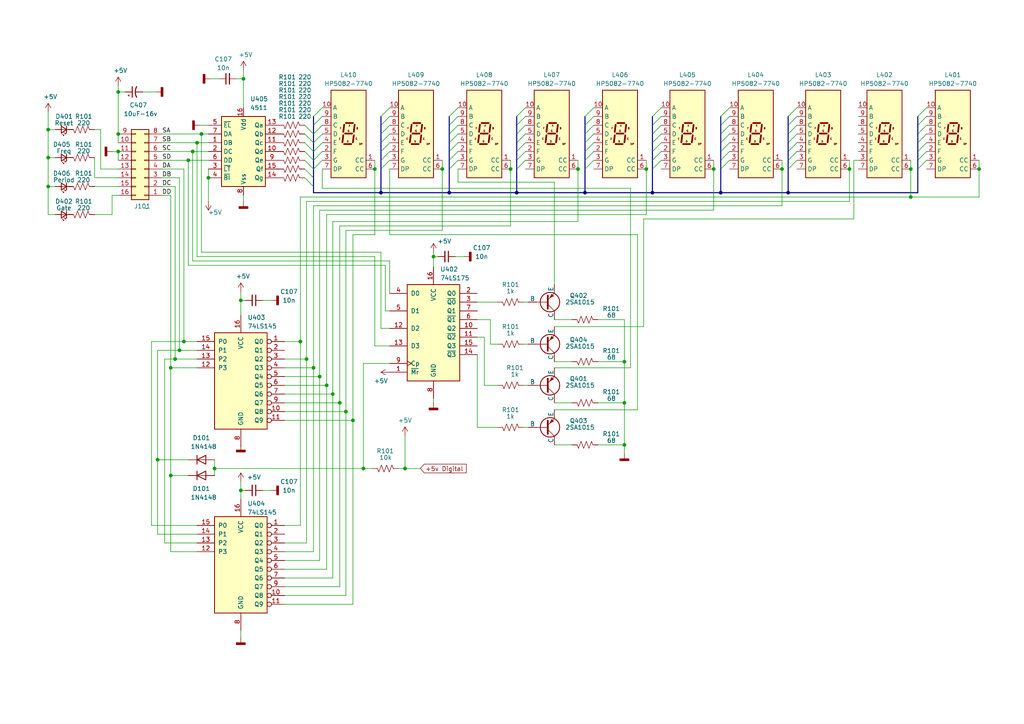
<source format=kicad_sch>
(kicad_sch (version 20230121) (generator eeschema)
  (paper "A4")
  (title_block (title "FCO 1120 Display board") (date "2023-06-14") (rev "1.0") (company "radioman"))
  (lib_symbols
    (symbol "4xxx_IEEE:4511"
      (property "Reference" "U" (at 8.89 11.43 0))
      (property "Value" "4511" (at 8.89 -11.43 0))
      (symbol "4511_1_1"
        (pin input line (at -10.16 2.54 0) (length 3.81) (name "DB") (number "1"))
        (pin output line (at 10.16 0 180) (length 3.81) (name "Qd") (number "10"))
        (pin output line (at 10.16 2.54 180) (length 3.81) (name "Qc") (number "11"))
        (pin output line (at 10.16 5.08 180) (length 3.81) (name "Qb") (number "12"))
        (pin output line (at 10.16 7.62 180) (length 3.81) (name "Qa") (number "13"))
        (pin output line (at 10.16 -7.62 180) (length 3.81) (name "Qg") (number "14"))
        (pin output line (at 10.16 -5.08 180) (length 3.81) (name "Qf") (number "15"))
        (pin power_in line (at 0 12.7 270) (length 2.54) (name "Vdd") (number "16"))
        (pin input line (at -10.16 0 0) (length 3.81) (name "DC") (number "2"))
        (pin input line (at -10.16 -5.08 0) (length 3.81) (name "~{LT}") (number "3"))
        (pin input line (at -10.16 -7.62 0) (length 3.81) (name "~{BI}") (number "4"))
        (pin input line (at -10.16 7.62 0) (length 3.81) (name "~{EL}") (number "5"))
        (pin input line (at -10.16 -2.54 0) (length 3.81) (name "DD") (number "6"))
        (pin input line (at -10.16 5.08 0) (length 3.81) (name "DA") (number "7"))
        (pin power_in line (at 0 -12.7 90) (length 2.54) (name "Vss") (number "8"))
        (pin output line (at 10.16 -2.54 180) (length 3.81) (name "Qe") (number "9"))
      )
    )
    (symbol "74xx:74LS145" (pin_names (offset 1.016))
      (property "Reference" "U" (at -7.62 13.97 0))
      (property "Value" "74LS145" (at -7.62 -16.51 0))
      (symbol "74LS145_1_0"
        (pin open_collector inverted (at 12.7 10.16 180) (length 5.08) (name "Q0") (number "1"))
        (pin open_collector inverted (at 12.7 -10.16 180) (length 5.08) (name "Q8") (number "10"))
        (pin open_collector inverted (at 12.7 -12.7 180) (length 5.08) (name "Q9") (number "11"))
        (pin input line (at -12.7 2.54 0) (length 5.08) (name "P3") (number "12"))
        (pin input line (at -12.7 5.08 0) (length 5.08) (name "P2") (number "13"))
        (pin input line (at -12.7 7.62 0) (length 5.08) (name "P1") (number "14"))
        (pin input line (at -12.7 10.16 0) (length 5.08) (name "P0") (number "15"))
        (pin power_in line (at 0 17.78 270) (length 5.08) (name "VCC") (number "16"))
        (pin open_collector inverted (at 12.7 7.62 180) (length 5.08) (name "Q1") (number "2"))
        (pin open_collector inverted (at 12.7 5.08 180) (length 5.08) (name "Q2") (number "3"))
        (pin open_collector inverted (at 12.7 2.54 180) (length 5.08) (name "Q3") (number "4"))
        (pin open_collector inverted (at 12.7 0 180) (length 5.08) (name "Q4") (number "5"))
        (pin open_collector inverted (at 12.7 -2.54 180) (length 5.08) (name "Q5") (number "6"))
        (pin open_collector inverted (at 12.7 -5.08 180) (length 5.08) (name "Q6") (number "7"))
        (pin power_in line (at 0 -20.32 90) (length 5.08) (name "GND") (number "8"))
        (pin open_collector inverted (at 12.7 -7.62 180) (length 5.08) (name "Q7") (number "9"))
      )
    )
    (symbol "74xx:74LS175" (pin_names (offset 1.016))
      (property "Reference" "U" (at -7.62 13.97 0))
      (property "Value" "74LS175" (at -7.62 -16.51 0))
      (symbol "74LS175_1_0"
        (pin input line (at -12.7 -12.7 0) (length 5.08) (name "~{Mr}") (number "1"))
        (pin output line (at 12.7 0 180) (length 5.08) (name "Q2") (number "10"))
        (pin output line (at 12.7 -2.54 180) (length 5.08) (name "~{Q2}") (number "11"))
        (pin input line (at -12.7 0 0) (length 5.08) (name "D2") (number "12"))
        (pin input line (at -12.7 -5.08 0) (length 5.08) (name "D3") (number "13"))
        (pin output line (at 12.7 -7.62 180) (length 5.08) (name "~{Q3}") (number "14"))
        (pin output line (at 12.7 -5.08 180) (length 5.08) (name "Q3") (number "15"))
        (pin power_in line (at 0 17.78 270) (length 5.08) (name "VCC") (number "16"))
        (pin output line (at 12.7 10.16 180) (length 5.08) (name "Q0") (number "2"))
        (pin output line (at 12.7 7.62 180) (length 5.08) (name "~{Q0}") (number "3"))
        (pin input line (at -12.7 10.16 0) (length 5.08) (name "D0") (number "4"))
        (pin input line (at -12.7 5.08 0) (length 5.08) (name "D1") (number "5"))
        (pin output line (at 12.7 2.54 180) (length 5.08) (name "~{Q1}") (number "6"))
        (pin output line (at 12.7 5.08 180) (length 5.08) (name "Q1") (number "7"))
        (pin power_in line (at 0 -20.32 90) (length 5.08) (name "GND") (number "8"))
        (pin input clock (at -12.7 -10.16 0) (length 5.08) (name "Cp") (number "9"))
      )
    )
    (symbol "Connector_Generic:Conn_02x08_Counter_Clockwise" (pin_names (offset 1.016) hide)
      (property "Reference" "J" (at 1.27 10.16 0))
      (property "Value" "Conn_02x08_Counter_Clockwise" (at 1.27 -12.7 0))
      (symbol "Conn_02x08_Counter_Clockwise_1_1"
        (pin passive line (at -5.08 7.62 0) (length 3.81) (name "Pin_1") (number "1"))
        (pin passive line (at 7.62 -7.62 180) (length 3.81) (name "Pin_10") (number "10"))
        (pin passive line (at 7.62 -5.08 180) (length 3.81) (name "Pin_11") (number "11"))
        (pin passive line (at 7.62 -2.54 180) (length 3.81) (name "Pin_12") (number "12"))
        (pin passive line (at 7.62 0 180) (length 3.81) (name "Pin_13") (number "13"))
        (pin passive line (at 7.62 2.54 180) (length 3.81) (name "Pin_14") (number "14"))
        (pin passive line (at 7.62 5.08 180) (length 3.81) (name "Pin_15") (number "15"))
        (pin passive line (at 7.62 7.62 180) (length 3.81) (name "Pin_16") (number "16"))
        (pin passive line (at -5.08 5.08 0) (length 3.81) (name "Pin_2") (number "2"))
        (pin passive line (at -5.08 2.54 0) (length 3.81) (name "Pin_3") (number "3"))
        (pin passive line (at -5.08 0 0) (length 3.81) (name "Pin_4") (number "4"))
        (pin passive line (at -5.08 -2.54 0) (length 3.81) (name "Pin_5") (number "5"))
        (pin passive line (at -5.08 -5.08 0) (length 3.81) (name "Pin_6") (number "6"))
        (pin passive line (at -5.08 -7.62 0) (length 3.81) (name "Pin_7") (number "7"))
        (pin passive line (at -5.08 -10.16 0) (length 3.81) (name "Pin_8") (number "8"))
        (pin passive line (at 7.62 -10.16 180) (length 3.81) (name "Pin_9") (number "9"))
      )
    )
    (symbol "Device:C_Polarized_Small_US" (pin_numbers hide) (pin_names (offset 0.254) hide)
      (property "Reference" "C" (at 0.254 1.778 0))
      (property "Value" "C_Polarized_Small_US" (at 0.254 -2.032 0))
      (symbol "C_Polarized_Small_US_1_1"
        (pin passive line (at 0 2.54 270) (length 2.032) (name "~") (number "1"))
        (pin passive line (at 0 -2.54 90) (length 2.032) (name "~") (number "2"))
      )
    )
    (symbol "Device:C_Small" (pin_numbers hide) (pin_names (offset 0.254) hide)
      (property "Reference" "C" (at 0.254 1.778 0))
      (property "Value" "C_Small" (at 0.254 -2.032 0))
      (symbol "C_Small_1_1"
        (pin passive line (at 0 2.54 270) (length 2.032) (name "~") (number "1"))
        (pin passive line (at 0 -2.54 90) (length 2.032) (name "~") (number "2"))
      )
    )
    (symbol "Device:LED_Small" (pin_numbers hide) (pin_names (offset 0.254) hide)
      (property "Reference" "D" (at -1.27 3.175 0))
      (property "Value" "LED_Small" (at -4.445 -2.54 0))
      (symbol "LED_Small_1_1"
        (pin passive line (at -2.54 0 0) (length 1.778) (name "K") (number "1"))
        (pin passive line (at 2.54 0 180) (length 1.778) (name "A") (number "2"))
      )
    )
    (symbol "Device:R_US" (pin_numbers hide) (pin_names (offset 0))
      (property "Reference" "R" (at 2.54 0 90))
      (property "Value" "R_US" (at -2.54 0 90))
      (symbol "R_US_1_1"
        (pin passive line (at 0 3.81 270) (length 1.27) (name "~") (number "1"))
        (pin passive line (at 0 -3.81 90) (length 1.27) (name "~") (number "2"))
      )
    )
    (symbol "Diode:1N4148" (pin_numbers hide) (pin_names hide)
      (property "Reference" "D" (at 0 2.54 0))
      (property "Value" "1N4148" (at 0 -2.54 0))
      (symbol "1N4148_1_1"
        (pin passive line (at -3.81 0 0) (length 2.54) (name "K") (number "1"))
        (pin passive line (at 3.81 0 180) (length 2.54) (name "A") (number "2"))
      )
    )
    (symbol "Display_Character:SC39-12EWA"
      (property "Reference" "U" (at -3.81 13.97 0))
      (property "Value" "SC39-12EWA" (at 6.35 13.97 0))
      (symbol "SC39-12EWA_1_0"
        (text "A" (at 0.254 2.413 0) (effects (font (size 0.508 0.508))))
        (text "B" (at 2.54 1.651 0) (effects (font (size 0.508 0.508))))
        (text "C" (at 2.286 -1.397 0) (effects (font (size 0.508 0.508))))
        (text "D" (at -0.254 -2.159 0) (effects (font (size 0.508 0.508))))
        (text "DP" (at 3.556 -2.921 0) (effects (font (size 0.508 0.508))))
        (text "E" (at -2.54 -1.397 0) (effects (font (size 0.508 0.508))))
        (text "F" (at -2.286 1.651 0) (effects (font (size 0.508 0.508))))
        (text "G" (at 0 0.889 0) (effects (font (size 0.508 0.508))))
      )
      (symbol "SC39-12EWA_1_1"
        (pin input line (at 7.62 -7.62 180) (length 2.54) (name "CC") (number "1"))
        (pin input line (at -7.62 7.62 0) (length 2.54) (name "A") (number "10"))
        (pin input line (at -7.62 -5.08 0) (length 2.54) (name "F") (number "2"))
        (pin input line (at -7.62 -7.62 0) (length 2.54) (name "G") (number "3"))
        (pin input line (at -7.62 -2.54 0) (length 2.54) (name "E") (number "4"))
        (pin input line (at -7.62 0 0) (length 2.54) (name "D") (number "5"))
        (pin input line (at 7.62 -10.16 180) (length 2.54) (name "CC") (number "6"))
        (pin input line (at -7.62 -10.16 0) (length 2.54) (name "DP") (number "7"))
        (pin input line (at -7.62 2.54 0) (length 2.54) (name "C") (number "8"))
        (pin input line (at -7.62 5.08 0) (length 2.54) (name "B") (number "9"))
      )
    )
    (symbol "Simulation_SPICE:PNP" (pin_numbers hide) (pin_names (offset 0))
      (property "Reference" "Q" (at -2.54 7.62 0))
      (property "Value" "PNP" (at -2.54 5.08 0))
      (symbol "PNP_1_1"
        (pin open_collector line (at 2.54 5.08 270) (length 2.54) (name "C") (number "1"))
        (pin input line (at -5.08 0 0) (length 2.54) (name "B") (number "2"))
        (pin open_emitter line (at 2.54 -5.08 90) (length 2.54) (name "E") (number "3"))
      )
    )
    (symbol "power:+5V" (power) (pin_names (offset 0))
      (property "Value" "+5V" (at 0 3.556 0))
      (symbol "+5V_1_1"
        (pin power_in line (at 0 0 90) (length 0) hide (name "+5V") (number "1"))
      )
    )
    (symbol "power:GNDD" (power) (pin_names (offset 0))
      (property "Value" "GNDD" (at 0 -3.175 0))
      (symbol "GNDD_1_1"
        (pin power_in line (at 0 0 270) (length 0) hide (name "GNDD") (number "1"))
      )
    )
  )
  (junction (at 187.452 49.022))
  (junction (at 125.73 74.422))
  (junction (at 108.712 49.022))
  (junction (at 55.88 43.942))
  (junction (at 130.302 55.88))
  (junction (at 264.16 57.15))
  (junction (at 49.53 137.922))
  (junction (at 58.42 38.862))
  (junction (at 189.23 55.88))
  (junction (at 69.85 87.122))
  (junction (at 264.16 49.022))
  (junction (at 87.122 99.06))
  (junction (at 45.72 133.35))
  (junction (at 90.932 106.68))
  (junction (at 54.61 46.482))
  (junction (at 105.41 135.89))
  (junction (at 148.082 49.022))
  (junction (at 34.29 38.862))
  (junction (at 60.452 51.562))
  (junction (at 52.07 101.6))
  (junction (at 102.362 121.92))
  (junction (at 57.15 41.402))
  (junction (at 53.34 99.06))
  (junction (at 49.53 106.68))
  (junction (at 117.475 135.89))
  (junction (at 62.23 135.89))
  (junction (at 128.27 49.022))
  (junction (at 228.6 55.88))
  (junction (at 88.9 104.14))
  (junction (at 181.102 116.84))
  (junction (at 207.01 49.022))
  (junction (at 69.85 142.24))
  (junction (at 13.97 45.72))
  (junction (at 181.102 129.032))
  (junction (at 110.49 55.88))
  (junction (at 226.822 49.022))
  (junction (at 13.97 37.592))
  (junction (at 96.52 114.3))
  (junction (at 34.29 26.67))
  (junction (at 50.8 104.14))
  (junction (at 98.552 116.84))
  (junction (at 181.102 104.902))
  (junction (at 13.97 54.102))
  (junction (at 246.38 49.022))
  (junction (at 167.64 49.022))
  (junction (at 92.71 109.22))
  (junction (at 94.742 111.76))
  (junction (at 283.972 49.022))
  (junction (at 34.29 43.942))
  (junction (at 149.86 55.88))
  (junction (at 209.042 55.88))
  (junction (at 100.33 119.38))
  (junction (at 70.612 22.86))
  (junction (at 169.672 55.88))
  (bus_entry (at 90.932 46.482) (size 2.54 -2.54))
  (bus_entry (at 149.86 43.942) (size 2.54 -2.54))
  (bus_entry (at 88.392 51.562) (size 2.54 2.54))
  (bus_entry (at 169.672 41.402) (size 2.54 -2.54))
  (bus_entry (at 88.392 49.022) (size 2.54 2.54))
  (bus_entry (at 169.672 36.322) (size 2.54 -2.54))
  (bus_entry (at 266.192 43.942) (size 2.54 -2.54))
  (bus_entry (at 88.392 41.402) (size 2.54 2.54))
  (bus_entry (at 169.672 33.782) (size 2.54 -2.54))
  (bus_entry (at 110.49 49.022) (size 2.54 -2.54))
  (bus_entry (at 110.49 41.402) (size 2.54 -2.54))
  (bus_entry (at 209.042 41.402) (size 2.54 -2.54))
  (bus_entry (at 169.672 49.022) (size 2.54 -2.54))
  (bus_entry (at 90.932 49.022) (size 2.54 -2.54))
  (bus_entry (at 209.042 43.942) (size 2.54 -2.54))
  (bus_entry (at 189.23 36.322) (size 2.54 -2.54))
  (bus_entry (at 130.302 46.482) (size 2.54 -2.54))
  (bus_entry (at 209.042 49.022) (size 2.54 -2.54))
  (bus_entry (at 209.042 38.862) (size 2.54 -2.54))
  (bus_entry (at 90.932 36.322) (size 2.54 -2.54))
  (bus_entry (at 189.23 33.782) (size 2.54 -2.54))
  (bus_entry (at 228.6 41.402) (size 2.54 -2.54))
  (bus_entry (at 169.672 38.862) (size 2.54 -2.54))
  (bus_entry (at 130.302 49.022) (size 2.54 -2.54))
  (bus_entry (at 130.302 41.402) (size 2.54 -2.54))
  (bus_entry (at 149.86 33.782) (size 2.54 -2.54))
  (bus_entry (at 189.23 38.862) (size 2.54 -2.54))
  (bus_entry (at 228.6 38.862) (size 2.54 -2.54))
  (bus_entry (at 90.932 41.402) (size 2.54 -2.54))
  (bus_entry (at 209.042 46.482) (size 2.54 -2.54))
  (bus_entry (at 130.302 38.862) (size 2.54 -2.54))
  (bus_entry (at 268.732 33.782) (size -2.54 2.54))
  (bus_entry (at 88.392 46.482) (size 2.54 2.54))
  (bus_entry (at 228.6 43.942) (size 2.54 -2.54))
  (bus_entry (at 189.23 41.402) (size 2.54 -2.54))
  (bus_entry (at 169.672 43.942) (size 2.54 -2.54))
  (bus_entry (at 268.732 36.322) (size -2.54 2.54))
  (bus_entry (at 228.6 49.022) (size 2.54 -2.54))
  (bus_entry (at 110.49 38.862) (size 2.54 -2.54))
  (bus_entry (at 149.86 49.022) (size 2.54 -2.54))
  (bus_entry (at 189.23 46.482) (size 2.54 -2.54))
  (bus_entry (at 110.49 36.322) (size 2.54 -2.54))
  (bus_entry (at 228.6 46.482) (size 2.54 -2.54))
  (bus_entry (at 88.392 36.322) (size 2.54 2.54))
  (bus_entry (at 90.932 43.942) (size 2.54 -2.54))
  (bus_entry (at 228.6 36.322) (size 2.54 -2.54))
  (bus_entry (at 90.932 33.782) (size 2.54 -2.54))
  (bus_entry (at 228.6 33.782) (size 2.54 -2.54))
  (bus_entry (at 88.392 43.942) (size 2.54 2.54))
  (bus_entry (at 130.302 43.942) (size 2.54 -2.54))
  (bus_entry (at 130.302 36.322) (size 2.54 -2.54))
  (bus_entry (at 149.86 46.482) (size 2.54 -2.54))
  (bus_entry (at 149.86 41.402) (size 2.54 -2.54))
  (bus_entry (at 88.392 38.862) (size 2.54 2.54))
  (bus_entry (at 189.23 49.022) (size 2.54 -2.54))
  (bus_entry (at 110.49 33.782) (size 2.54 -2.54))
  (bus_entry (at 209.042 36.322) (size 2.54 -2.54))
  (bus_entry (at 266.192 49.022) (size 2.54 -2.54))
  (bus_entry (at 110.49 43.942) (size 2.54 -2.54))
  (bus_entry (at 189.23 43.942) (size 2.54 -2.54))
  (bus_entry (at 130.302 33.782) (size 2.54 -2.54))
  (bus_entry (at 149.86 38.862) (size 2.54 -2.54))
  (bus_entry (at 266.192 46.482) (size 2.54 -2.54))
  (bus_entry (at 149.86 36.322) (size 2.54 -2.54))
  (bus_entry (at 268.732 38.862) (size -2.54 2.54))
  (bus_entry (at 209.042 33.782) (size 2.54 -2.54))
  (bus_entry (at 268.732 31.242) (size -2.54 2.54))
  (bus_entry (at 90.932 38.862) (size 2.54 -2.54))
  (bus_entry (at 169.672 46.482) (size 2.54 -2.54))
  (bus_entry (at 110.49 46.482) (size 2.54 -2.54))
  (wire (pts (xy 113.03 68.072) (xy 184.912 68.072)))
  (wire (pts (xy 34.29 26.67) (xy 34.29 38.862)))
  (bus (pts (xy 209.042 41.402) (xy 209.042 43.942)))
  (wire (pts (xy 52.07 101.6) (xy 57.15 101.6)))
  (wire (pts (xy 87.122 99.06) (xy 87.122 152.4)))
  (wire (pts (xy 125.73 74.422) (xy 125.73 77.47)))
  (bus (pts (xy 90.932 33.782) (xy 90.932 36.322)))
  (bus (pts (xy 130.302 46.482) (xy 130.302 49.022)))
  (wire (pts (xy 57.15 74.422) (xy 108.712 74.422)))
  (bus (pts (xy 169.672 38.862) (xy 169.672 41.402)))
  (wire (pts (xy 46.99 56.642) (xy 49.53 56.642)))
  (wire (pts (xy 47.752 104.14) (xy 50.8 104.14)))
  (wire (pts (xy 71.12 87.122) (xy 69.85 87.122)))
  (bus (pts (xy 130.302 49.022) (xy 130.302 55.88)))
  (wire (pts (xy 57.15 152.4) (xy 43.942 152.4)))
  (wire (pts (xy 88.9 58.42) (xy 246.38 58.42)))
  (wire (pts (xy 49.53 137.922) (xy 49.53 106.68)))
  (wire (pts (xy 151.892 99.822) (xy 153.162 99.822)))
  (wire (pts (xy 46.99 49.022) (xy 53.34 49.022)))
  (wire (pts (xy 57.15 154.94) (xy 45.72 154.94)))
  (wire (pts (xy 93.472 49.022) (xy 93.472 54.61)))
  (bus (pts (xy 90.932 38.862) (xy 90.932 41.402)))
  (wire (pts (xy 62.23 135.89) (xy 105.41 135.89)))
  (bus (pts (xy 228.6 38.862) (xy 228.6 41.402)))
  (bus (pts (xy 228.6 49.022) (xy 228.6 55.88)))
  (bus (pts (xy 130.302 38.862) (xy 130.302 41.402)))
  (wire (pts (xy 43.942 99.06) (xy 53.34 99.06)))
  (wire (pts (xy 57.15 157.48) (xy 47.752 157.48)))
  (wire (pts (xy 82.55 152.4) (xy 87.122 152.4)))
  (wire (pts (xy 82.55 121.92) (xy 102.362 121.92)))
  (wire (pts (xy 70.612 56.642) (xy 70.612 58.42)))
  (bus (pts (xy 90.932 55.88) (xy 110.49 55.88)))
  (wire (pts (xy 102.362 68.072) (xy 108.712 68.072)))
  (wire (pts (xy 27.432 45.72) (xy 27.432 51.562)))
  (wire (pts (xy 108.712 49.022) (xy 108.712 68.072)))
  (wire (pts (xy 246.38 49.022) (xy 246.38 58.42)))
  (wire (pts (xy 128.27 49.022) (xy 128.27 66.802)))
  (bus (pts (xy 90.932 41.402) (xy 90.932 43.942)))
  (wire (pts (xy 57.15 160.02) (xy 49.53 160.02)))
  (wire (pts (xy 184.912 118.872) (xy 160.782 118.872)))
  (bus (pts (xy 169.672 55.88) (xy 189.23 55.88)))
  (wire (pts (xy 41.402 26.67) (xy 45.212 26.67)))
  (wire (pts (xy 247.65 63.5) (xy 247.65 46.482)))
  (wire (pts (xy 98.552 65.532) (xy 98.552 116.84)))
  (wire (pts (xy 62.23 135.89) (xy 62.23 137.922)))
  (bus (pts (xy 266.192 41.402) (xy 266.192 38.862)))
  (wire (pts (xy 151.892 111.76) (xy 153.162 111.76)))
  (wire (pts (xy 52.07 51.562) (xy 52.07 101.6)))
  (wire (pts (xy 82.55 167.64) (xy 96.52 167.64)))
  (bus (pts (xy 266.192 43.942) (xy 266.192 41.402)))
  (wire (pts (xy 160.782 94.742) (xy 186.69 94.742)))
  (bus (pts (xy 189.23 38.862) (xy 189.23 41.402)))
  (wire (pts (xy 283.972 49.022) (xy 283.972 57.15)))
  (bus (pts (xy 110.49 55.88) (xy 130.302 55.88)))
  (bus (pts (xy 130.302 33.782) (xy 130.302 36.322)))
  (wire (pts (xy 45.72 101.6) (xy 52.07 101.6)))
  (bus (pts (xy 189.23 49.022) (xy 189.23 55.88)))
  (wire (pts (xy 46.99 41.402) (xy 57.15 41.402)))
  (wire (pts (xy 173.482 92.71) (xy 181.102 92.71)))
  (bus (pts (xy 228.6 36.322) (xy 228.6 38.862)))
  (wire (pts (xy 69.85 84.582) (xy 69.85 87.122)))
  (wire (pts (xy 92.71 60.96) (xy 92.71 109.22)))
  (wire (pts (xy 160.782 92.71) (xy 165.862 92.71)))
  (bus (pts (xy 110.49 36.322) (xy 110.49 38.862)))
  (wire (pts (xy 94.742 62.23) (xy 94.742 111.76)))
  (wire (pts (xy 76.2 142.24) (xy 78.74 142.24)))
  (wire (pts (xy 142.24 99.822) (xy 144.272 99.822)))
  (wire (pts (xy 19.812 37.592) (xy 21.082 37.592)))
  (bus (pts (xy 110.49 43.942) (xy 110.49 46.482)))
  (wire (pts (xy 246.38 46.482) (xy 246.38 49.022)))
  (wire (pts (xy 92.71 109.22) (xy 92.71 162.56)))
  (wire (pts (xy 102.362 68.072) (xy 102.362 121.92)))
  (wire (pts (xy 181.102 129.032) (xy 181.102 131.572)))
  (wire (pts (xy 264.16 49.022) (xy 264.16 57.15)))
  (wire (pts (xy 46.99 46.482) (xy 54.61 46.482)))
  (bus (pts (xy 90.932 36.322) (xy 90.932 38.862)))
  (wire (pts (xy 98.552 116.84) (xy 98.552 170.18)))
  (wire (pts (xy 58.42 73.152) (xy 110.49 73.152)))
  (wire (pts (xy 69.85 139.7) (xy 69.85 142.24)))
  (wire (pts (xy 27.432 37.592) (xy 29.21 37.592)))
  (bus (pts (xy 149.86 33.782) (xy 149.86 36.322)))
  (wire (pts (xy 94.742 111.76) (xy 94.742 165.1)))
  (wire (pts (xy 49.53 137.922) (xy 54.61 137.922)))
  (wire (pts (xy 148.082 49.022) (xy 148.082 65.532)))
  (bus (pts (xy 209.042 43.942) (xy 209.042 46.482)))
  (bus (pts (xy 149.86 43.942) (xy 149.86 46.482)))
  (wire (pts (xy 173.482 116.84) (xy 181.102 116.84)))
  (wire (pts (xy 128.27 46.482) (xy 128.27 49.022)))
  (wire (pts (xy 96.52 64.262) (xy 167.64 64.262)))
  (wire (pts (xy 49.53 56.642) (xy 49.53 106.68)))
  (wire (pts (xy 13.97 54.102) (xy 16.002 54.102)))
  (wire (pts (xy 113.03 85.09) (xy 113.03 75.692)))
  (wire (pts (xy 98.552 65.532) (xy 148.082 65.532)))
  (bus (pts (xy 189.23 43.942) (xy 189.23 46.482)))
  (bus (pts (xy 110.49 33.782) (xy 110.49 36.322)))
  (bus (pts (xy 90.932 51.562) (xy 90.932 54.102)))
  (wire (pts (xy 92.71 60.96) (xy 207.01 60.96)))
  (wire (pts (xy 100.33 66.802) (xy 128.27 66.802)))
  (wire (pts (xy 140.462 97.79) (xy 140.462 111.76)))
  (bus (pts (xy 266.192 49.022) (xy 266.192 46.482)))
  (wire (pts (xy 50.8 54.102) (xy 50.8 104.14)))
  (wire (pts (xy 46.99 38.862) (xy 58.42 38.862)))
  (wire (pts (xy 69.85 142.24) (xy 69.85 144.78)))
  (wire (pts (xy 132.08 74.422) (xy 134.62 74.422)))
  (bus (pts (xy 209.042 33.782) (xy 209.042 36.322)))
  (wire (pts (xy 96.52 114.3) (xy 96.52 167.64)))
  (bus (pts (xy 189.23 33.782) (xy 189.23 36.322)))
  (wire (pts (xy 82.55 162.56) (xy 92.71 162.56)))
  (wire (pts (xy 16.002 37.592) (xy 13.97 37.592)))
  (wire (pts (xy 113.03 100.33) (xy 108.712 100.33)))
  (wire (pts (xy 57.15 41.402) (xy 60.452 41.402)))
  (bus (pts (xy 130.302 55.88) (xy 149.86 55.88)))
  (bus (pts (xy 169.672 49.022) (xy 169.672 55.88)))
  (wire (pts (xy 45.72 133.35) (xy 45.72 101.6)))
  (wire (pts (xy 45.72 133.35) (xy 54.61 133.35)))
  (wire (pts (xy 111.76 90.17) (xy 111.76 76.962)))
  (bus (pts (xy 189.23 55.88) (xy 209.042 55.88)))
  (wire (pts (xy 138.43 97.79) (xy 140.462 97.79)))
  (bus (pts (xy 90.932 43.942) (xy 90.932 46.482)))
  (wire (pts (xy 117.475 135.89) (xy 115.57 135.89)))
  (wire (pts (xy 70.612 22.86) (xy 70.612 31.242)))
  (wire (pts (xy 113.03 105.41) (xy 105.41 105.41)))
  (bus (pts (xy 189.23 36.322) (xy 189.23 38.862)))
  (bus (pts (xy 169.672 33.782) (xy 169.672 36.322)))
  (wire (pts (xy 226.822 49.022) (xy 226.822 59.69)))
  (wire (pts (xy 148.082 46.482) (xy 148.082 49.022)))
  (wire (pts (xy 110.49 95.25) (xy 110.49 73.152)))
  (bus (pts (xy 209.042 55.88) (xy 228.6 55.88)))
  (wire (pts (xy 102.362 175.26) (xy 82.55 175.26)))
  (wire (pts (xy 82.55 165.1) (xy 94.742 165.1)))
  (wire (pts (xy 186.69 63.5) (xy 247.65 63.5)))
  (bus (pts (xy 209.042 36.322) (xy 209.042 38.862)))
  (wire (pts (xy 82.55 119.38) (xy 100.33 119.38)))
  (wire (pts (xy 88.9 104.14) (xy 88.9 157.48)))
  (wire (pts (xy 34.29 38.862) (xy 34.29 41.402)))
  (wire (pts (xy 57.912 36.322) (xy 60.452 36.322)))
  (bus (pts (xy 189.23 41.402) (xy 189.23 43.942)))
  (wire (pts (xy 181.102 116.84) (xy 181.102 129.032)))
  (wire (pts (xy 142.24 92.71) (xy 142.24 99.822)))
  (wire (pts (xy 29.21 49.022) (xy 34.29 49.022)))
  (wire (pts (xy 57.15 41.402) (xy 57.15 74.422)))
  (wire (pts (xy 187.452 49.022) (xy 187.452 62.23)))
  (bus (pts (xy 169.672 46.482) (xy 169.672 49.022)))
  (wire (pts (xy 27.432 51.562) (xy 34.29 51.562)))
  (wire (pts (xy 34.29 24.892) (xy 34.29 26.67)))
  (bus (pts (xy 149.86 55.88) (xy 169.672 55.88)))
  (wire (pts (xy 32.512 43.942) (xy 34.29 43.942)))
  (wire (pts (xy 32.512 56.642) (xy 34.29 56.642)))
  (wire (pts (xy 49.53 106.68) (xy 57.15 106.68)))
  (wire (pts (xy 226.822 46.482) (xy 226.822 49.022)))
  (wire (pts (xy 60.452 51.562) (xy 60.452 58.42)))
  (wire (pts (xy 46.99 54.102) (xy 50.8 54.102)))
  (wire (pts (xy 82.55 104.14) (xy 88.9 104.14)))
  (bus (pts (xy 169.672 43.942) (xy 169.672 46.482)))
  (wire (pts (xy 87.122 57.15) (xy 87.122 99.06)))
  (bus (pts (xy 189.23 46.482) (xy 189.23 49.022)))
  (wire (pts (xy 69.85 142.24) (xy 71.12 142.24)))
  (wire (pts (xy 108.712 100.33) (xy 108.712 74.422)))
  (bus (pts (xy 130.302 41.402) (xy 130.302 43.942)))
  (wire (pts (xy 94.742 62.23) (xy 187.452 62.23)))
  (wire (pts (xy 13.97 45.72) (xy 16.002 45.72)))
  (wire (pts (xy 55.88 75.692) (xy 113.03 75.692)))
  (wire (pts (xy 151.892 123.952) (xy 153.162 123.952)))
  (wire (pts (xy 173.482 104.902) (xy 181.102 104.902)))
  (wire (pts (xy 19.812 45.72) (xy 21.082 45.72)))
  (wire (pts (xy 69.85 182.88) (xy 69.85 184.912)))
  (wire (pts (xy 138.43 92.71) (xy 142.24 92.71)))
  (wire (pts (xy 125.73 115.57) (xy 125.73 116.84)))
  (wire (pts (xy 138.43 102.87) (xy 138.43 123.952)))
  (wire (pts (xy 82.55 111.76) (xy 94.742 111.76)))
  (bus (pts (xy 130.302 36.322) (xy 130.302 38.862)))
  (wire (pts (xy 43.942 152.4) (xy 43.942 99.06)))
  (wire (pts (xy 54.61 46.482) (xy 54.61 76.962)))
  (bus (pts (xy 149.86 38.862) (xy 149.86 41.402)))
  (wire (pts (xy 87.122 57.15) (xy 264.16 57.15)))
  (wire (pts (xy 264.16 46.482) (xy 264.16 49.022)))
  (wire (pts (xy 160.782 52.832) (xy 160.782 82.55)))
  (wire (pts (xy 32.512 62.23) (xy 32.512 56.642)))
  (wire (pts (xy 144.272 111.76) (xy 140.462 111.76)))
  (bus (pts (xy 228.6 33.782) (xy 228.6 36.322)))
  (wire (pts (xy 283.972 46.482) (xy 283.972 49.022)))
  (bus (pts (xy 228.6 41.402) (xy 228.6 43.942)))
  (wire (pts (xy 181.102 92.71) (xy 181.102 104.902)))
  (bus (pts (xy 149.86 49.022) (xy 149.86 55.88)))
  (bus (pts (xy 209.042 49.022) (xy 209.042 55.88)))
  (wire (pts (xy 247.65 46.482) (xy 248.92 46.482)))
  (wire (pts (xy 151.892 87.63) (xy 153.162 87.63)))
  (wire (pts (xy 46.99 51.562) (xy 52.07 51.562)))
  (wire (pts (xy 184.912 68.072) (xy 184.912 118.872)))
  (wire (pts (xy 113.03 95.25) (xy 110.49 95.25)))
  (wire (pts (xy 46.99 43.942) (xy 55.88 43.942)))
  (bus (pts (xy 169.672 41.402) (xy 169.672 43.942)))
  (wire (pts (xy 82.55 114.3) (xy 96.52 114.3)))
  (wire (pts (xy 13.97 37.592) (xy 13.97 45.72)))
  (wire (pts (xy 82.55 116.84) (xy 98.552 116.84)))
  (wire (pts (xy 182.88 106.68) (xy 160.782 106.68)))
  (wire (pts (xy 125.73 73.152) (xy 125.73 74.422)))
  (wire (pts (xy 102.362 121.92) (xy 102.362 175.26)))
  (wire (pts (xy 53.34 99.06) (xy 57.15 99.06)))
  (wire (pts (xy 90.932 59.69) (xy 90.932 106.68)))
  (wire (pts (xy 45.72 154.94) (xy 45.72 133.35)))
  (bus (pts (xy 130.302 43.942) (xy 130.302 46.482)))
  (wire (pts (xy 100.33 66.802) (xy 100.33 119.38)))
  (wire (pts (xy 27.432 62.23) (xy 32.512 62.23)))
  (bus (pts (xy 90.932 46.482) (xy 90.932 49.022)))
  (bus (pts (xy 149.86 46.482) (xy 149.86 49.022)))
  (bus (pts (xy 110.49 38.862) (xy 110.49 41.402)))
  (wire (pts (xy 93.472 54.61) (xy 182.88 54.61)))
  (wire (pts (xy 34.29 43.942) (xy 34.29 46.482)))
  (wire (pts (xy 13.97 54.102) (xy 13.97 62.23)))
  (wire (pts (xy 63.5 22.86) (xy 60.96 22.86)))
  (wire (pts (xy 113.03 90.17) (xy 111.76 90.17)))
  (wire (pts (xy 186.69 94.742) (xy 186.69 63.5)))
  (wire (pts (xy 13.97 32.512) (xy 13.97 37.592)))
  (wire (pts (xy 132.842 52.832) (xy 160.782 52.832)))
  (wire (pts (xy 19.812 62.23) (xy 21.082 62.23)))
  (wire (pts (xy 167.64 49.022) (xy 167.64 64.262)))
  (wire (pts (xy 160.782 104.902) (xy 165.862 104.902)))
  (wire (pts (xy 187.452 46.482) (xy 187.452 49.022)))
  (wire (pts (xy 100.33 119.38) (xy 100.33 172.72)))
  (wire (pts (xy 88.9 58.42) (xy 88.9 104.14)))
  (wire (pts (xy 82.55 109.22) (xy 92.71 109.22)))
  (wire (pts (xy 27.432 54.102) (xy 34.29 54.102)))
  (wire (pts (xy 121.92 135.89) (xy 117.475 135.89)))
  (wire (pts (xy 138.43 123.952) (xy 144.272 123.952)))
  (bus (pts (xy 149.86 41.402) (xy 149.86 43.942)))
  (bus (pts (xy 209.042 46.482) (xy 209.042 49.022)))
  (wire (pts (xy 160.782 129.032) (xy 165.862 129.032)))
  (wire (pts (xy 207.01 46.482) (xy 207.01 49.022)))
  (bus (pts (xy 90.932 49.022) (xy 90.932 51.562)))
  (wire (pts (xy 49.53 160.02) (xy 49.53 137.922)))
  (wire (pts (xy 207.01 49.022) (xy 207.01 60.96)))
  (bus (pts (xy 228.6 55.88) (xy 266.192 55.88)))
  (bus (pts (xy 149.86 36.322) (xy 149.86 38.862)))
  (wire (pts (xy 82.55 170.18) (xy 98.552 170.18)))
  (wire (pts (xy 55.88 43.942) (xy 60.452 43.942)))
  (wire (pts (xy 138.43 87.63) (xy 144.272 87.63)))
  (wire (pts (xy 125.73 74.422) (xy 127 74.422)))
  (wire (pts (xy 96.52 64.262) (xy 96.52 114.3)))
  (wire (pts (xy 50.8 104.14) (xy 57.15 104.14)))
  (bus (pts (xy 209.042 38.862) (xy 209.042 41.402)))
  (wire (pts (xy 29.21 37.592) (xy 29.21 49.022)))
  (wire (pts (xy 113.03 49.022) (xy 113.03 68.072)))
  (wire (pts (xy 181.102 129.032) (xy 173.482 129.032)))
  (bus (pts (xy 228.6 46.482) (xy 228.6 49.022)))
  (wire (pts (xy 19.812 54.102) (xy 21.082 54.102)))
  (wire (pts (xy 62.23 133.35) (xy 62.23 135.89)))
  (wire (pts (xy 132.842 49.022) (xy 132.842 52.832)))
  (wire (pts (xy 76.2 87.122) (xy 78.74 87.122)))
  (bus (pts (xy 110.49 46.482) (xy 110.49 49.022)))
  (wire (pts (xy 82.55 160.02) (xy 90.932 160.02)))
  (wire (pts (xy 82.55 157.48) (xy 88.9 157.48)))
  (wire (pts (xy 107.95 135.89) (xy 105.41 135.89)))
  (bus (pts (xy 266.192 46.482) (xy 266.192 43.942)))
  (wire (pts (xy 100.33 172.72) (xy 82.55 172.72)))
  (bus (pts (xy 266.192 38.862) (xy 266.192 36.322)))
  (wire (pts (xy 53.34 49.022) (xy 53.34 99.06)))
  (wire (pts (xy 167.64 46.482) (xy 167.64 49.022)))
  (bus (pts (xy 266.192 49.022) (xy 266.192 55.88)))
  (bus (pts (xy 169.672 36.322) (xy 169.672 38.862)))
  (wire (pts (xy 60.452 49.022) (xy 60.452 51.562)))
  (wire (pts (xy 108.712 46.482) (xy 108.712 49.022)))
  (wire (pts (xy 105.41 105.41) (xy 105.41 135.89)))
  (bus (pts (xy 90.932 54.102) (xy 90.932 55.88)))
  (wire (pts (xy 13.97 62.23) (xy 16.002 62.23)))
  (wire (pts (xy 69.85 87.122) (xy 69.85 91.44)))
  (wire (pts (xy 54.61 46.482) (xy 60.452 46.482)))
  (wire (pts (xy 54.61 76.962) (xy 111.76 76.962)))
  (wire (pts (xy 90.932 106.68) (xy 90.932 160.02)))
  (wire (pts (xy 264.16 57.15) (xy 283.972 57.15)))
  (wire (pts (xy 47.752 157.48) (xy 47.752 104.14)))
  (wire (pts (xy 69.85 129.54) (xy 69.85 129.032)))
  (bus (pts (xy 228.6 43.942) (xy 228.6 46.482)))
  (wire (pts (xy 117.475 126.365) (xy 117.475 135.89)))
  (bus (pts (xy 110.49 49.022) (xy 110.49 55.88)))
  (wire (pts (xy 34.29 26.67) (xy 36.322 26.67)))
  (wire (pts (xy 13.97 45.72) (xy 13.97 54.102)))
  (wire (pts (xy 181.102 104.902) (xy 181.102 116.84)))
  (wire (pts (xy 82.55 106.68) (xy 90.932 106.68)))
  (bus (pts (xy 110.49 41.402) (xy 110.49 43.942)))
  (wire (pts (xy 58.42 38.862) (xy 60.452 38.862)))
  (bus (pts (xy 266.192 36.322) (xy 266.192 33.782)))
  (wire (pts (xy 82.55 99.06) (xy 87.122 99.06)))
  (wire (pts (xy 68.58 22.86) (xy 70.612 22.86)))
  (wire (pts (xy 55.88 43.942) (xy 55.88 75.692)))
  (wire (pts (xy 160.782 116.84) (xy 165.862 116.84)))
  (wire (pts (xy 90.932 59.69) (xy 226.822 59.69)))
  (wire (pts (xy 70.612 20.32) (xy 70.612 22.86)))
  (wire (pts (xy 182.88 54.61) (xy 182.88 106.68)))
  (wire (pts (xy 58.42 38.862) (xy 58.42 73.152)))
  (label "SB" (at 46.99 41.402 0))
  (label "DC" (at 46.99 54.102 0))
  (label "SD" (at 46.99 46.482 0))
  (label "DA" (at 46.99 49.022 0))
  (label "SA" (at 46.99 38.862 0))
  (label "DB" (at 46.99 51.562 0))
  (label "SC" (at 46.99 43.942 0))
  (label "DD" (at 46.99 56.642 0))
  (global_label "+5v Digital" (shape input) (at 121.92 135.89 0) (property "Intersheetrefs" "${INTERSHEET_REFS}" (effects hide)))
  (symbol (lib_id "power:+5V") (at 34.29 24.892 0) (unit 1)
    (property "Reference" "#PWR015" (effects hide))
    (property "Value" "+5V" (at 34.925 20.447 0))
    (instances (project "fco_1120" (path "" (reference "#PWR015") (unit 1)) (path "" (reference "#PWR020") (unit 1)) (path "" (reference "#PWR055") (unit 1))))
  )
  (symbol (lib_id "Device:R_US") (at 148.082 87.63 270) (mirror x) (unit 1)
    (property "Reference" "R101" (at 145.542 82.55 90) (effects (justify left)))
    (property "Value" "1k" (at 146.812 84.455 90) (effects (justify left)))
    (instances (project "fco_1120" (path "" (reference "R101") (unit 1)) (path "" (reference "R1") (unit 1)) (path "" (reference "R406") (unit 1))))
  )
  (symbol (lib_id "power:+5V") (at 113.03 107.95 90) (unit 1)
    (property "Reference" "#PWR015" (effects hide))
    (property "Value" "+5V" (at 110.49 110.49 90))
    (instances (project "fco_1120" (path "" (reference "#PWR015") (unit 1)) (path "" (reference "#PWR020") (unit 1)) (path "" (reference "#PWR059") (unit 1))))
  )
  (symbol (lib_id "power:GNDD") (at 78.74 142.24 90) (unit 1)
    (property "Reference" "#PWR014" (effects hide))
    (property "Value" "GNDD" (effects hide))
    (instances (project "fco_1120" (path "" (reference "#PWR014") (unit 1)) (path "" (reference "#PWR021") (unit 1)) (path "" (reference "#PWR066") (unit 1))))
  )
  (symbol (lib_id "Device:R_US") (at 111.76 135.89 90) (mirror x) (unit 1)
    (property "Reference" "R101" (at 114.3 130.81 90) (effects (justify left)))
    (property "Value" "10k" (at 113.665 132.715 90) (effects (justify left)))
    (instances (project "fco_1120" (path "" (reference "R101") (unit 1)) (path "" (reference "R1") (unit 1)) (path "" (reference "R411") (unit 1))))
  )
  (symbol (lib_id "Device:R_US") (at 148.082 99.822 270) (mirror x) (unit 1)
    (property "Reference" "R101" (at 145.542 94.742 90) (effects (justify left)))
    (property "Value" "1k" (at 146.812 96.647 90) (effects (justify left)))
    (instances (project "fco_1120" (path "" (reference "R101") (unit 1)) (path "" (reference "R1") (unit 1)) (path "" (reference "R410") (unit 1))))
  )
  (symbol (lib_id "Display_Character:SC39-12EWA") (at 219.202 38.862 0) (unit 1)
    (property "Reference" "L404" (at 219.202 21.717 0))
    (property "Value" "HP5082-7740" (at 219.202 24.257 0))
    (property "Footprint" "Display_7Segment:Sx39-1xxxxx" (effects hide))
    (property "Datasheet" "http://www.kingbrightusa.com/images/catalog/SPEC/sc39-12ewa.pdf" (effects hide))
  )
  (symbol (lib_id "Device:LED_Small") (at 18.542 37.592 180) (unit 1)
    (property "Reference" "D401" (at 18.6055 33.782 0))
    (property "Value" "Reset" (at 18.542 35.687 0))
  )
  (symbol (lib_id "Device:C_Small") (at 73.66 87.122 270) (unit 1)
    (property "Reference" "C107" (at 83.82 84.582 90))
    (property "Value" "10n" (at 83.82 87.122 90))
    (instances (project "fco_1120" (path "" (reference "C107") (unit 1)) (path "" (reference "C1") (unit 1)) (path "" (reference "C404") (unit 1))))
  )
  (symbol (lib_id "Simulation_SPICE:PNP") (at 158.242 111.76 0) (mirror x) (unit 1)
    (property "Reference" "Q401" (at 165.227 109.855 0) (effects (justify left)))
    (property "Value" "2SA1015" (at 163.957 111.76 0) (effects (justify left)))
    (property "Sim.Device" "PNP" (effects hide))
    (property "Sim.Type" "GUMMELPOON" (effects hide))
    (property "Sim.Pins" "1=C 2=B 3=E" (effects hide))
  )
  (symbol (lib_id "Device:R_US") (at 84.582 46.482 270) (mirror x) (unit 1)
    (property "Reference" "R101" (at 80.772 29.972 90) (effects (justify left)))
    (property "Value" "220" (at 86.487 29.972 90) (effects (justify left)))
    (instances (project "fco_1120" (path "" (reference "R101") (unit 1)) (path "" (reference "R1") (unit 1)) (path "" (reference "R416") (unit 1))))
  )
  (symbol (lib_id "power:+5V") (at 70.612 20.32 0) (unit 1)
    (property "Reference" "#PWR015" (effects hide))
    (property "Value" "+5V" (at 71.247 15.875 0))
    (instances (project "fco_1120" (path "" (reference "#PWR015") (unit 1)) (path "" (reference "#PWR020") (unit 1)) (path "" (reference "#PWR047") (unit 1))))
  )
  (symbol (lib_id "Device:LED_Small") (at 18.542 62.23 180) (unit 1)
    (property "Reference" "D402" (at 18.542 58.42 0))
    (property "Value" "Gate" (at 18.542 60.325 0))
  )
  (symbol (lib_id "Device:R_US") (at 169.672 104.902 270) (mirror x) (unit 1)
    (property "Reference" "R101" (at 174.752 101.727 90) (effects (justify left)))
    (property "Value" "68" (at 176.022 103.632 90) (effects (justify left)))
    (instances (project "fco_1120" (path "" (reference "R101") (unit 1)) (path "" (reference "R1") (unit 1)) (path "" (reference "R404") (unit 1))))
  )
  (symbol (lib_id "power:GNDD") (at 45.212 26.67 90) (unit 1)
    (property "Reference" "#PWR014" (effects hide))
    (property "Value" "GNDD" (effects hide))
    (instances (project "fco_1120" (path "" (reference "#PWR014") (unit 1)) (path "" (reference "#PWR021") (unit 1)) (path "" (reference "#PWR063") (unit 1))))
  )
  (symbol (lib_id "Display_Character:SC39-12EWA") (at 101.092 38.862 0) (unit 1)
    (property "Reference" "L410" (at 101.092 21.717 0))
    (property "Value" "HP5082-7740" (at 101.092 24.257 0))
    (property "Footprint" "Display_7Segment:Sx39-1xxxxx" (effects hide))
    (property "Datasheet" "http://www.kingbrightusa.com/images/catalog/SPEC/sc39-12ewa.pdf" (effects hide))
  )
  (symbol (lib_id "Display_Character:SC39-12EWA") (at 140.462 38.862 0) (unit 1)
    (property "Reference" "L408" (at 140.462 21.717 0))
    (property "Value" "HP5082-7740" (at 140.462 24.257 0))
    (property "Footprint" "Display_7Segment:Sx39-1xxxxx" (effects hide))
    (property "Datasheet" "http://www.kingbrightusa.com/images/catalog/SPEC/sc39-12ewa.pdf" (effects hide))
  )
  (symbol (lib_id "Device:C_Small") (at 129.54 74.422 270) (unit 1)
    (property "Reference" "C107" (at 139.7 71.882 90))
    (property "Value" "10n" (at 139.7 74.422 90))
    (instances (project "fco_1120" (path "" (reference "C107") (unit 1)) (path "" (reference "C1") (unit 1)) (path "" (reference "C403") (unit 1))))
  )
  (symbol (lib_id "74xx:74LS145") (at 69.85 109.22 0) (unit 1)
    (property "Reference" "U403" (at 71.8059 92.075 0) (effects (justify left)))
    (property "Value" "74LS145" (at 71.8059 94.615 0) (effects (justify left)))
    (property "Datasheet" "http://www.ti.com/lit/gpn/sn74LS145" (effects hide))
  )
  (symbol (lib_id "Diode:1N4148") (at 58.42 133.35 0) (unit 1)
    (property "Reference" "D101" (at 58.42 127 0))
    (property "Value" "1N4148" (at 59.055 129.54 0))
    (property "Footprint" "Diode_THT:D_DO-35_SOD27_P7.62mm_Horizontal" (effects hide))
    (property "Datasheet" "https://assets.nexperia.com/documents/data-sheet/1N4148_1N4448.pdf" (effects hide))
    (property "Sim.Device" "D" (effects hide))
    (property "Sim.Pins" "1=K 2=A" (effects hide))
    (instances (project "fco_1120" (path "" (reference "D101") (unit 1)) (path "" (reference "D1") (unit 1)) (path "" (reference "D403") (unit 1))))
  )
  (symbol (lib_id "Device:C_Small") (at 66.04 22.86 90) (unit 1)
    (property "Reference" "C107" (at 64.77 17.145 90))
    (property "Value" "10n" (at 64.77 19.685 90))
    (instances (project "fco_1120" (path "" (reference "C107") (unit 1)) (path "" (reference "C1") (unit 1)) (path "" (reference "C406") (unit 1))))
  )
  (symbol (lib_id "Device:LED_Small") (at 18.542 45.72 180) (unit 1)
    (property "Reference" "D405" (at 17.907 41.91 0))
    (property "Value" "Freq" (at 18.542 43.815 0))
  )
  (symbol (lib_id "Device:R_US") (at 84.582 43.942 270) (mirror x) (unit 1)
    (property "Reference" "R101" (at 80.772 28.067 90) (effects (justify left)))
    (property "Value" "220" (at 86.487 28.067 90) (effects (justify left)))
    (instances (project "fco_1120" (path "" (reference "R101") (unit 1)) (path "" (reference "R1") (unit 1)) (path "" (reference "R415") (unit 1))))
  )
  (symbol (lib_id "Device:R_US") (at 84.582 49.022 270) (mirror x) (unit 1)
    (property "Reference" "R101" (at 80.772 31.877 90) (effects (justify left)))
    (property "Value" "220" (at 86.487 31.877 90) (effects (justify left)))
    (instances (project "fco_1120" (path "" (reference "R101") (unit 1)) (path "" (reference "R1") (unit 1)) (path "" (reference "R417") (unit 1))))
  )
  (symbol (lib_id "power:+5V") (at 117.475 126.365 0) (unit 1)
    (property "Reference" "#PWR015" (effects hide))
    (property "Value" "+5V" (at 117.475 121.92 0))
    (instances (project "fco_1120" (path "" (reference "#PWR015") (unit 1)) (path "" (reference "#PWR020") (unit 1)) (path "" (reference "#PWR061") (unit 1))))
  )
  (symbol (lib_id "power:GNDD") (at 57.912 36.322 270) (unit 1)
    (property "Reference" "#PWR014" (effects hide))
    (property "Value" "GNDD" (effects hide))
    (instances (project "fco_1120" (path "" (reference "#PWR014") (unit 1)) (path "" (reference "#PWR021") (unit 1)) (path "" (reference "#PWR053") (unit 1))))
  )
  (symbol (lib_id "Device:R_US") (at 23.622 62.23 270) (mirror x) (unit 1)
    (property "Reference" "R101" (at 21.717 58.42 90) (effects (justify left)))
    (property "Value" "220" (at 22.352 60.325 90) (effects (justify left)))
    (instances (project "fco_1120" (path "" (reference "R101") (unit 1)) (path "" (reference "R1") (unit 1)) (path "" (reference "R407") (unit 1))))
  )
  (symbol (lib_id "Device:R_US") (at 169.672 116.84 270) (mirror x) (unit 1)
    (property "Reference" "R101" (at 174.752 113.665 90) (effects (justify left)))
    (property "Value" "68" (at 176.022 115.57 90) (effects (justify left)))
    (instances (project "fco_1120" (path "" (reference "R101") (unit 1)) (path "" (reference "R1") (unit 1)) (path "" (reference "R401") (unit 1))))
  )
  (symbol (lib_id "Display_Character:SC39-12EWA") (at 120.65 38.862 0) (unit 1)
    (property "Reference" "L409" (at 120.65 21.717 0))
    (property "Value" "HP5082-7740" (at 120.65 24.257 0))
    (property "Footprint" "Display_7Segment:Sx39-1xxxxx" (effects hide))
    (property "Datasheet" "http://www.kingbrightusa.com/images/catalog/SPEC/sc39-12ewa.pdf" (effects hide))
  )
  (symbol (lib_id "Device:R_US") (at 169.672 92.71 270) (mirror x) (unit 1)
    (property "Reference" "R101" (at 174.752 89.535 90) (effects (justify left)))
    (property "Value" "68" (at 176.022 91.44 90) (effects (justify left)))
    (instances (project "fco_1120" (path "" (reference "R101") (unit 1)) (path "" (reference "R1") (unit 1)) (path "" (reference "R402") (unit 1))))
  )
  (symbol (lib_id "Display_Character:SC39-12EWA") (at 256.54 38.862 0) (unit 1)
    (property "Reference" "L402" (at 256.54 21.717 0))
    (property "Value" "HP5082-7740" (at 256.54 24.257 0))
    (property "Footprint" "Display_7Segment:Sx39-1xxxxx" (effects hide))
    (property "Datasheet" "http://www.kingbrightusa.com/images/catalog/SPEC/sc39-12ewa.pdf" (effects hide))
  )
  (symbol (lib_id "power:+5V") (at 60.452 58.42 180) (unit 1)
    (property "Reference" "#PWR015" (effects hide))
    (property "Value" "+5V" (at 62.357 61.595 0))
    (instances (project "fco_1120" (path "" (reference "#PWR015") (unit 1)) (path "" (reference "#PWR020") (unit 1)) (path "" (reference "#PWR054") (unit 1))))
  )
  (symbol (lib_id "Display_Character:SC39-12EWA") (at 238.76 38.862 0) (unit 1)
    (property "Reference" "L403" (at 238.76 21.717 0))
    (property "Value" "HP5082-7740" (at 238.76 24.257 0))
    (property "Footprint" "Display_7Segment:Sx39-1xxxxx" (effects hide))
    (property "Datasheet" "http://www.kingbrightusa.com/images/catalog/SPEC/sc39-12ewa.pdf" (effects hide))
  )
  (symbol (lib_id "Display_Character:SC39-12EWA") (at 160.02 38.862 0) (unit 1)
    (property "Reference" "L407" (at 160.02 21.717 0))
    (property "Value" "HP5082-7740" (at 160.02 24.257 0))
    (property "Footprint" "Display_7Segment:Sx39-1xxxxx" (effects hide))
    (property "Datasheet" "http://www.kingbrightusa.com/images/catalog/SPEC/sc39-12ewa.pdf" (effects hide))
  )
  (symbol (lib_id "power:GNDD") (at 125.73 116.84 0) (unit 1)
    (property "Reference" "#PWR014" (effects hide))
    (property "Value" "GNDD" (effects hide))
    (instances (project "fco_1120" (path "" (reference "#PWR014") (unit 1)) (path "" (reference "#PWR021") (unit 1)) (path "" (reference "#PWR060") (unit 1))))
  )
  (symbol (lib_id "power:GNDD") (at 32.512 43.942 270) (unit 1)
    (property "Reference" "#PWR014" (effects hide))
    (property "Value" "GNDD" (effects hide))
    (instances (project "fco_1120" (path "" (reference "#PWR014") (unit 1)) (path "" (reference "#PWR021") (unit 1)) (path "" (reference "#PWR056") (unit 1))))
  )
  (symbol (lib_id "Device:R_US") (at 84.582 38.862 270) (mirror x) (unit 1)
    (property "Reference" "R101" (at 80.772 24.257 90) (effects (justify left)))
    (property "Value" "220" (at 86.487 24.257 90) (effects (justify left)))
    (instances (project "fco_1120" (path "" (reference "R101") (unit 1)) (path "" (reference "R1") (unit 1)) (path "" (reference "R413") (unit 1))))
  )
  (symbol (lib_id "power:GNDD") (at 60.96 22.86 270) (unit 1)
    (property "Reference" "#PWR014" (effects hide))
    (property "Value" "GNDD" (effects hide))
    (instances (project "fco_1120" (path "" (reference "#PWR014") (unit 1)) (path "" (reference "#PWR021") (unit 1)) (path "" (reference "#PWR067") (unit 1))))
  )
  (symbol (lib_id "74xx:74LS175") (at 125.73 95.25 0) (unit 1)
    (property "Reference" "U402" (at 127.6859 78.105 0) (effects (justify left)))
    (property "Value" "74LS175" (at 127.6859 80.645 0) (effects (justify left)))
    (property "Datasheet" "http://www.ti.com/lit/gpn/sn74LS175" (effects hide))
  )
  (symbol (lib_id "power:+5V") (at 69.85 139.7 0) (unit 1)
    (property "Reference" "#PWR015" (effects hide))
    (property "Value" "+5V" (at 73.66 138.43 0))
    (instances (project "fco_1120" (path "" (reference "#PWR015") (unit 1)) (path "" (reference "#PWR020") (unit 1)) (path "" (reference "#PWR051") (unit 1))))
  )
  (symbol (lib_id "Simulation_SPICE:PNP") (at 158.242 123.952 0) (mirror x) (unit 1)
    (property "Reference" "Q403" (at 165.227 122.047 0) (effects (justify left)))
    (property "Value" "2SA1015" (at 163.957 123.952 0) (effects (justify left)))
    (property "Sim.Device" "PNP" (effects hide))
    (property "Sim.Type" "GUMMELPOON" (effects hide))
    (property "Sim.Pins" "1=C 2=B 3=E" (effects hide))
  )
  (symbol (lib_id "power:GNDD") (at 78.74 87.122 90) (unit 1)
    (property "Reference" "#PWR014" (effects hide))
    (property "Value" "GNDD" (effects hide))
    (instances (project "fco_1120" (path "" (reference "#PWR014") (unit 1)) (path "" (reference "#PWR021") (unit 1)) (path "" (reference "#PWR065") (unit 1))))
  )
  (symbol (lib_id "Diode:1N4148") (at 58.42 137.922 0) (unit 1)
    (property "Reference" "D101" (at 58.42 141.732 0))
    (property "Value" "1N4148" (at 59.055 144.272 0))
    (property "Footprint" "Diode_THT:D_DO-35_SOD27_P7.62mm_Horizontal" (effects hide))
    (property "Datasheet" "https://assets.nexperia.com/documents/data-sheet/1N4148_1N4448.pdf" (effects hide))
    (property "Sim.Device" "D" (effects hide))
    (property "Sim.Pins" "1=K 2=A" (effects hide))
    (instances (project "fco_1120" (path "" (reference "D101") (unit 1)) (path "" (reference "D1") (unit 1)) (path "" (reference "D404") (unit 1))))
  )
  (symbol (lib_id "Device:R_US") (at 84.582 51.562 270) (mirror x) (unit 1)
    (property "Reference" "R101" (at 80.772 33.782 90) (effects (justify left)))
    (property "Value" "220" (at 86.487 33.782 90) (effects (justify left)))
    (instances (project "fco_1120" (path "" (reference "R101") (unit 1)) (path "" (reference "R1") (unit 1)) (path "" (reference "R418") (unit 1))))
  )
  (symbol (lib_id "power:+5V") (at 125.73 73.152 0) (unit 1)
    (property "Reference" "#PWR015" (effects hide))
    (property "Value" "+5V" (at 128.905 69.977 0))
    (instances (project "fco_1120" (path "" (reference "#PWR015") (unit 1)) (path "" (reference "#PWR020") (unit 1)) (path "" (reference "#PWR058") (unit 1))))
  )
  (symbol (lib_id "Device:R_US") (at 84.582 41.402 270) (mirror x) (unit 1)
    (property "Reference" "R101" (at 80.772 26.162 90) (effects (justify left)))
    (property "Value" "220" (at 86.487 26.162 90) (effects (justify left)))
    (instances (project "fco_1120" (path "" (reference "R101") (unit 1)) (path "" (reference "R1") (unit 1)) (path "" (reference "R414") (unit 1))))
  )
  (symbol (lib_id "power:GNDD") (at 70.612 58.42 0) (unit 1)
    (property "Reference" "#PWR014" (effects hide))
    (property "Value" "GNDD" (effects hide))
    (instances (project "fco_1120" (path "" (reference "#PWR014") (unit 1)) (path "" (reference "#PWR021") (unit 1)) (path "" (reference "#PWR048") (unit 1))))
  )
  (symbol (lib_id "Display_Character:SC39-12EWA") (at 199.39 38.862 0) (unit 1)
    (property "Reference" "L405" (at 199.39 21.717 0))
    (property "Value" "HP5082-7740" (at 199.39 24.257 0))
    (property "Footprint" "Display_7Segment:Sx39-1xxxxx" (effects hide))
    (property "Datasheet" "http://www.kingbrightusa.com/images/catalog/SPEC/sc39-12ewa.pdf" (effects hide))
  )
  (symbol (lib_id "Display_Character:SC39-12EWA") (at 276.352 38.862 0) (unit 1)
    (property "Reference" "L401" (at 276.352 21.717 0))
    (property "Value" "HP5082-7740" (at 276.352 24.257 0))
    (property "Footprint" "Display_7Segment:Sx39-1xxxxx" (effects hide))
    (property "Datasheet" "http://www.kingbrightusa.com/images/catalog/SPEC/sc39-12ewa.pdf" (effects hide))
  )
  (symbol (lib_id "Device:C_Polarized_Small_US") (at 38.862 26.67 90) (unit 1)
    (property "Reference" "C407" (at 40.132 30.48 90))
    (property "Value" "10uF-16v" (at 40.767 33.02 90))
  )
  (symbol (lib_id "Device:R_US") (at 169.672 129.032 270) (mirror x) (unit 1)
    (property "Reference" "R101" (at 174.752 125.857 90) (effects (justify left)))
    (property "Value" "68" (at 176.022 127.762 90) (effects (justify left)))
    (instances (project "fco_1120" (path "" (reference "R101") (unit 1)) (path "" (reference "R1") (unit 1)) (path "" (reference "R403") (unit 1))))
  )
  (symbol (lib_id "power:GNDD") (at 69.85 184.912 0) (unit 1)
    (property "Reference" "#PWR014" (effects hide))
    (property "Value" "GNDD" (effects hide))
    (instances (project "fco_1120" (path "" (reference "#PWR014") (unit 1)) (path "" (reference "#PWR021") (unit 1)) (path "" (reference "#PWR050") (unit 1))))
  )
  (symbol (lib_id "power:GNDD") (at 69.85 129.032 0) (unit 1)
    (property "Reference" "#PWR014" (effects hide))
    (property "Value" "GNDD" (effects hide))
    (instances (project "fco_1120" (path "" (reference "#PWR014") (unit 1)) (path "" (reference "#PWR021") (unit 1)) (path "" (reference "#PWR049") (unit 1))))
  )
  (symbol (lib_id "Device:R_US") (at 23.622 45.72 270) (mirror x) (unit 1)
    (property "Reference" "R101" (at 21.717 41.91 90) (effects (justify left)))
    (property "Value" "220" (at 22.352 43.815 90) (effects (justify left)))
    (instances (project "fco_1120" (path "" (reference "R101") (unit 1)) (path "" (reference "R1") (unit 1)) (path "" (reference "R420") (unit 1))))
  )
  (symbol (lib_id "4xxx_IEEE:4511") (at 70.612 43.942 0) (unit 1)
    (property "Reference" "U405" (at 72.5679 28.702 0) (effects (justify left)))
    (property "Value" "4511" (at 72.5679 31.242 0) (effects (justify left)))
  )
  (symbol (lib_id "power:+5V") (at 69.85 84.582 0) (unit 1)
    (property "Reference" "#PWR015" (effects hide))
    (property "Value" "+5V" (at 70.485 80.137 0))
    (instances (project "fco_1120" (path "" (reference "#PWR015") (unit 1)) (path "" (reference "#PWR020") (unit 1)) (path "" (reference "#PWR052") (unit 1))))
  )
  (symbol (lib_id "Device:R_US") (at 84.582 36.322 270) (mirror x) (unit 1)
    (property "Reference" "R101" (at 80.772 22.352 90) (effects (justify left)))
    (property "Value" "220" (at 86.487 22.352 90) (effects (justify left)))
    (instances (project "fco_1120" (path "" (reference "R101") (unit 1)) (path "" (reference "R1") (unit 1)) (path "" (reference "R412") (unit 1))))
  )
  (symbol (lib_id "Device:R_US") (at 23.622 54.102 270) (mirror x) (unit 1)
    (property "Reference" "R101" (at 21.717 50.292 90) (effects (justify left)))
    (property "Value" "220" (at 22.352 52.197 90) (effects (justify left)))
    (instances (project "fco_1120" (path "" (reference "R101") (unit 1)) (path "" (reference "R1") (unit 1)) (path "" (reference "R419") (unit 1))))
  )
  (symbol (lib_id "Connector_Generic:Conn_02x08_Counter_Clockwise") (at 41.91 49.022 180) (unit 1)
    (property "Reference" "J101" (at 41.275 59.817 0))
    (property "Value" "~" (at 42.545 60.452 0))
    (instances (project "fco_1120" (path "" (reference "J101") (unit 1)) (path "" (reference "J1") (unit 1)) (path "" (reference "J401") (unit 1))))
  )
  (symbol (lib_id "power:+5V") (at 13.97 32.512 0) (unit 1)
    (property "Reference" "#PWR015" (effects hide))
    (property "Value" "+5V" (at 14.605 28.067 0))
    (instances (project "fco_1120" (path "" (reference "#PWR015") (unit 1)) (path "" (reference "#PWR020") (unit 1)) (path "" (reference "#PWR057") (unit 1))))
  )
  (symbol (lib_id "Simulation_SPICE:PNP") (at 158.242 87.63 0) (mirror x) (unit 1)
    (property "Reference" "Q402" (at 165.227 85.725 0) (effects (justify left)))
    (property "Value" "2SA1015" (at 163.957 87.63 0) (effects (justify left)))
    (property "Sim.Device" "PNP" (effects hide))
    (property "Sim.Type" "GUMMELPOON" (effects hide))
    (property "Sim.Pins" "1=C 2=B 3=E" (effects hide))
  )
  (symbol (lib_id "power:GNDD") (at 134.62 74.422 90) (unit 1)
    (property "Reference" "#PWR014" (effects hide))
    (property "Value" "GNDD" (effects hide))
    (instances (project "fco_1120" (path "" (reference "#PWR014") (unit 1)) (path "" (reference "#PWR021") (unit 1)) (path "" (reference "#PWR064") (unit 1))))
  )
  (symbol (lib_id "Device:C_Small") (at 73.66 142.24 270) (unit 1)
    (property "Reference" "C107" (at 83.82 139.7 90))
    (property "Value" "10n" (at 83.82 142.24 90))
    (instances (project "fco_1120" (path "" (reference "C107") (unit 1)) (path "" (reference "C1") (unit 1)) (path "" (reference "C405") (unit 1))))
  )
  (symbol (lib_id "Device:LED_Small") (at 18.542 54.102 180) (unit 1)
    (property "Reference" "D406" (at 17.907 50.292 0))
    (property "Value" "Period" (at 18.542 52.197 0))
  )
  (symbol (lib_id "Device:R_US") (at 23.622 37.592 270) (mirror x) (unit 1)
    (property "Reference" "R101" (at 21.717 33.782 90) (effects (justify left)))
    (property "Value" "220" (at 22.352 35.687 90) (effects (justify left)))
    (instances (project "fco_1120" (path "" (reference "R101") (unit 1)) (path "" (reference "R1") (unit 1)) (path "" (reference "R408") (unit 1))))
  )
  (symbol (lib_id "Display_Character:SC39-12EWA") (at 179.832 38.862 0) (unit 1)
    (property "Reference" "L406" (at 179.832 21.717 0))
    (property "Value" "HP5082-7740" (at 179.832 24.257 0))
    (property "Footprint" "Display_7Segment:Sx39-1xxxxx" (effects hide))
    (property "Datasheet" "http://www.kingbrightusa.com/images/catalog/SPEC/sc39-12ewa.pdf" (effects hide))
  )
  (symbol (lib_id "Simulation_SPICE:PNP") (at 158.242 99.822 0) (mirror x) (unit 1)
    (property "Reference" "Q404" (at 165.227 98.552 0) (effects (justify left)))
    (property "Value" "2SA1015" (at 163.957 100.457 0) (effects (justify left)))
    (property "Sim.Device" "PNP" (effects hide))
    (property "Sim.Type" "GUMMELPOON" (effects hide))
    (property "Sim.Pins" "1=C 2=B 3=E" (effects hide))
  )
  (symbol (lib_id "Device:R_US") (at 148.082 123.952 270) (mirror x) (unit 1)
    (property "Reference" "R101" (at 145.542 118.872 90) (effects (justify left)))
    (property "Value" "1k" (at 146.812 120.777 90) (effects (justify left)))
    (instances (project "fco_1120" (path "" (reference "R101") (unit 1)) (path "" (reference "R1") (unit 1)) (path "" (reference "R409") (unit 1))))
  )
  (symbol (lib_id "Device:R_US") (at 148.082 111.76 270) (mirror x) (unit 1)
    (property "Reference" "R101" (at 146.812 106.68 90) (effects (justify left)))
    (property "Value" "1k" (at 148.082 108.585 90) (effects (justify left)))
    (instances (project "fco_1120" (path "" (reference "R101") (unit 1)) (path "" (reference "R1") (unit 1)) (path "" (reference "R405") (unit 1))))
  )
  (symbol (lib_id "74xx:74LS145") (at 69.85 162.56 0) (unit 1)
    (property "Reference" "U404" (at 71.755 146.05 0) (effects (justify left)))
    (property "Value" "74LS145" (at 71.755 148.59 0) (effects (justify left)))
    (property "Datasheet" "http://www.ti.com/lit/gpn/sn74LS145" (effects hide))
  )
  (symbol (lib_id "power:GNDD") (at 181.102 131.572 0) (unit 1)
    (property "Reference" "#PWR014" (effects hide))
    (property "Value" "GNDD" (effects hide))
    (instances (project "fco_1120" (path "" (reference "#PWR014") (unit 1)) (path "" (reference "#PWR021") (unit 1)) (path "" (reference "#PWR062") (unit 1))))
  )
)
</source>
